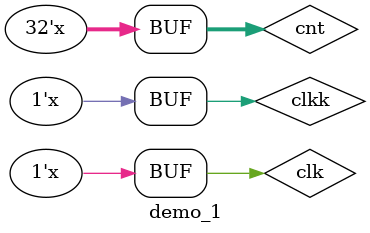
<source format=v>
`timescale 1ns / 1ps
module demo_1(    );
reg clk, b, en, C, E, A, D;
wire Q, O2, OUT;
reg shift_out, mux_out;
reg d_state;
reg [7:0] shifter;
integer cnt;
reg clkk;
reg dmx_out0;
initial 
begin
    clk = 0;
    b = 0;
    en = 0;
    C = 0;
    E = 0;
    A = 0;
    D = 0;
    d_state = 0;
    shifter = 0;
    cnt = -1;
    clkk = 0;
end
always @(posedge clk)
begin
    shift_out = shifter[0];
    shifter = shifter >> 1;
    shifter[7] = ~d_state;
    d_state = (d_state & ~en) | (b & en);
    
end
always @(A, D, C, E)
begin
    dmx_out0 = A & ~D;
    mux_out = A & ((dmx_out0 & ~E) | (C & E));
end
always #10 clkk = ~clkk;
always @(clkk)
begin
   cnt = cnt + 1;
   if (cnt < 20)
   begin
    clk = ~clk;
    clk = ~clk;
   end
    
   case (cnt)
    3: b = 1;
    4: en = 1;
    5: en = 0;
    6: b = 0;
    9: en = 1;
    21: E = 1;
    22: A = 1;
    23: C = 1;
    24: D = 1;
    25: E = 0; 
    endcase
end
assign O2 = A & D;
assign OUT = shift_out & mux_out;
assign Q = d_state;

endmodule

</source>
